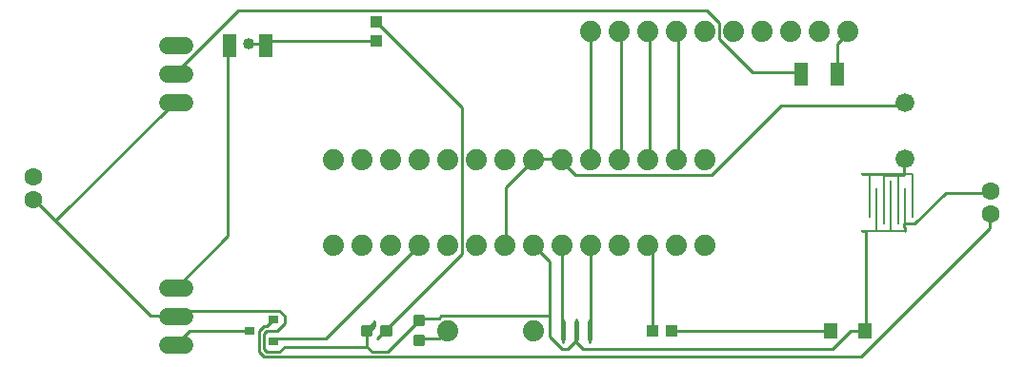
<source format=gtl>
G75*
%MOIN*%
%OFA0B0*%
%FSLAX25Y25*%
%IPPOS*%
%LPD*%
%AMOC8*
5,1,8,0,0,1.08239X$1,22.5*
%
%ADD10C,0.06299*%
%ADD11C,0.06000*%
%ADD12C,0.07400*%
%ADD13R,0.04724X0.07874*%
%ADD14C,0.01181*%
%ADD15R,0.04724X0.05512*%
%ADD16C,0.01772*%
%ADD17C,0.01000*%
%ADD18R,0.03543X0.03150*%
%ADD19C,0.06600*%
%ADD20R,0.03937X0.04331*%
%ADD21R,0.04331X0.03937*%
%ADD22C,0.00800*%
%ADD23R,0.00800X0.00800*%
%ADD24C,0.04000*%
D10*
X0046000Y0067063D03*
X0046000Y0074937D03*
X0381000Y0069937D03*
X0381000Y0062063D03*
D11*
X0099000Y0036000D02*
X0093000Y0036000D01*
X0093000Y0026000D02*
X0099000Y0026000D01*
X0099000Y0016000D02*
X0093000Y0016000D01*
X0093000Y0101000D02*
X0099000Y0101000D01*
X0099000Y0111000D02*
X0093000Y0111000D01*
X0093000Y0121000D02*
X0099000Y0121000D01*
D12*
X0151000Y0081000D03*
X0161000Y0081000D03*
X0171000Y0081000D03*
X0181000Y0081000D03*
X0191000Y0081000D03*
X0201000Y0081000D03*
X0211000Y0081000D03*
X0221000Y0081000D03*
X0231000Y0081000D03*
X0241000Y0081000D03*
X0251000Y0081000D03*
X0261000Y0081000D03*
X0271000Y0081000D03*
X0281000Y0081000D03*
X0281000Y0051000D03*
X0271000Y0051000D03*
X0261000Y0051000D03*
X0251000Y0051000D03*
X0241000Y0051000D03*
X0231000Y0051000D03*
X0221000Y0051000D03*
X0211000Y0051000D03*
X0201000Y0051000D03*
X0191000Y0051000D03*
X0181000Y0051000D03*
X0171000Y0051000D03*
X0161000Y0051000D03*
X0151000Y0051000D03*
X0191000Y0021000D03*
X0221000Y0021000D03*
X0241000Y0126000D03*
X0251000Y0126000D03*
X0261000Y0126000D03*
X0271000Y0126000D03*
X0281000Y0126000D03*
X0291000Y0126000D03*
X0301000Y0126000D03*
X0311000Y0126000D03*
X0321000Y0126000D03*
X0331000Y0126000D03*
D13*
X0327299Y0111000D03*
X0314701Y0111000D03*
X0127299Y0121000D03*
X0114701Y0121000D03*
D14*
X0179622Y0023075D02*
X0182378Y0023075D01*
X0179622Y0023075D02*
X0179622Y0025831D01*
X0182378Y0025831D01*
X0182378Y0023075D01*
X0182378Y0024255D02*
X0179622Y0024255D01*
X0179622Y0025435D02*
X0182378Y0025435D01*
X0170831Y0022378D02*
X0170831Y0019622D01*
X0168075Y0019622D01*
X0168075Y0022378D01*
X0170831Y0022378D01*
X0170831Y0020802D02*
X0168075Y0020802D01*
X0168075Y0021982D02*
X0170831Y0021982D01*
X0163925Y0022378D02*
X0163925Y0019622D01*
X0161169Y0019622D01*
X0161169Y0022378D01*
X0163925Y0022378D01*
X0163925Y0020802D02*
X0161169Y0020802D01*
X0161169Y0021982D02*
X0163925Y0021982D01*
X0179622Y0016169D02*
X0182378Y0016169D01*
X0179622Y0016169D02*
X0179622Y0018925D01*
X0182378Y0018925D01*
X0182378Y0016169D01*
X0182378Y0017349D02*
X0179622Y0017349D01*
X0179622Y0018529D02*
X0182378Y0018529D01*
D15*
X0325094Y0021000D03*
X0336906Y0021000D03*
D16*
X0240724Y0018136D02*
X0240724Y0023864D01*
X0236000Y0023864D02*
X0236000Y0018136D01*
X0231276Y0018136D02*
X0231276Y0023864D01*
D17*
X0087100Y0026200D02*
X0053800Y0059500D01*
X0095200Y0100900D01*
X0096000Y0101000D01*
X0096000Y0111000D02*
X0096100Y0111700D01*
X0117700Y0133300D01*
X0281500Y0133300D01*
X0286000Y0128800D01*
X0286000Y0123400D01*
X0297700Y0111700D01*
X0313900Y0111700D01*
X0314701Y0111000D01*
X0327299Y0111000D02*
X0327400Y0111700D01*
X0327400Y0121600D01*
X0331000Y0125200D01*
X0331000Y0126000D01*
X0351000Y0100843D02*
X0350800Y0100000D01*
X0307600Y0100000D01*
X0283300Y0075700D01*
X0235600Y0075700D01*
X0231100Y0080200D01*
X0231000Y0081000D01*
X0230200Y0081100D01*
X0221200Y0081100D01*
X0221000Y0081000D01*
X0220300Y0080200D01*
X0211300Y0071200D01*
X0211300Y0051400D01*
X0211000Y0051000D01*
X0221000Y0051000D02*
X0221200Y0050500D01*
X0226600Y0045100D01*
X0226600Y0026200D01*
X0188800Y0026200D01*
X0187900Y0025300D01*
X0181600Y0025300D01*
X0181000Y0024453D01*
X0180700Y0024400D01*
X0169900Y0013600D01*
X0164500Y0013600D01*
X0162700Y0015400D01*
X0133900Y0015400D01*
X0132100Y0013600D01*
X0127600Y0013600D01*
X0126700Y0014500D01*
X0126700Y0019900D01*
X0127600Y0020800D01*
X0131200Y0020800D01*
X0133900Y0023500D01*
X0133900Y0026200D01*
X0132100Y0028000D01*
X0097900Y0028000D01*
X0096100Y0026200D01*
X0096000Y0026000D01*
X0095200Y0026200D01*
X0087100Y0026200D01*
X0096100Y0016300D02*
X0100600Y0020800D01*
X0121300Y0020800D01*
X0121669Y0021000D01*
X0124900Y0020800D02*
X0126700Y0022600D01*
X0127600Y0022600D01*
X0129400Y0024400D01*
X0129937Y0024740D01*
X0124900Y0020800D02*
X0124900Y0013600D01*
X0126700Y0011800D01*
X0335500Y0011800D01*
X0380500Y0056800D01*
X0380500Y0061300D01*
X0381000Y0062063D01*
X0380500Y0069400D02*
X0365200Y0069400D01*
X0354400Y0058600D01*
X0350800Y0058600D01*
X0351000Y0056000D01*
X0337300Y0055900D02*
X0336000Y0056000D01*
X0337300Y0055900D02*
X0337300Y0021700D01*
X0336906Y0021000D01*
X0336400Y0020800D01*
X0331900Y0020800D01*
X0325600Y0014500D01*
X0238300Y0014500D01*
X0235600Y0017200D01*
X0236000Y0017000D01*
X0236000Y0021000D01*
X0236000Y0025000D01*
X0231276Y0025000D02*
X0231276Y0021000D01*
X0231100Y0025300D01*
X0231100Y0050500D01*
X0231000Y0051000D01*
X0241000Y0051000D02*
X0241000Y0025300D01*
X0240724Y0021000D01*
X0240724Y0017000D01*
X0235600Y0017200D02*
X0232900Y0014500D01*
X0231100Y0014500D01*
X0226600Y0019000D01*
X0226600Y0026200D01*
X0231276Y0021000D02*
X0231276Y0017000D01*
X0240724Y0021000D02*
X0240724Y0025000D01*
X0262600Y0021700D02*
X0262654Y0021000D01*
X0262600Y0021700D02*
X0262600Y0049600D01*
X0261700Y0050500D01*
X0261000Y0051000D01*
X0261000Y0081000D02*
X0261700Y0081100D01*
X0261700Y0125200D01*
X0261000Y0126000D01*
X0251800Y0125200D02*
X0251000Y0126000D01*
X0251800Y0125200D02*
X0251800Y0081100D01*
X0251000Y0081000D01*
X0241000Y0081000D02*
X0241000Y0126000D01*
X0271000Y0126000D02*
X0271600Y0125200D01*
X0271600Y0081100D01*
X0271000Y0081000D01*
X0336000Y0076000D02*
X0350800Y0075700D01*
X0350800Y0081100D01*
X0351000Y0081157D01*
X0380500Y0069400D02*
X0381000Y0069937D01*
X0325094Y0021000D02*
X0324700Y0020800D01*
X0269800Y0020800D01*
X0269346Y0021000D01*
X0196000Y0047800D02*
X0196000Y0099100D01*
X0166300Y0128800D01*
X0166000Y0129346D01*
X0166000Y0122654D02*
X0165400Y0122500D01*
X0128500Y0122500D01*
X0127600Y0121600D01*
X0127299Y0121000D01*
X0126700Y0121600D01*
X0121300Y0121600D01*
X0114701Y0121000D02*
X0114100Y0120700D01*
X0114100Y0054100D01*
X0096000Y0036000D01*
X0130300Y0018100D02*
X0129937Y0017260D01*
X0130300Y0018100D02*
X0148300Y0018100D01*
X0180700Y0050500D01*
X0181000Y0051000D01*
X0196000Y0047800D02*
X0166300Y0018100D01*
X0169453Y0021000D01*
X0165400Y0022600D02*
X0162700Y0019900D01*
X0162700Y0015400D01*
X0162547Y0021000D02*
X0165400Y0024400D01*
X0165400Y0022600D01*
X0181000Y0017547D02*
X0181600Y0018100D01*
X0187900Y0018100D01*
X0190600Y0020800D01*
X0191000Y0021000D01*
X0096100Y0016300D02*
X0096000Y0016000D01*
X0053800Y0059500D02*
X0046600Y0066700D01*
X0046000Y0067063D01*
D18*
X0129937Y0024740D03*
X0121669Y0021000D03*
X0129937Y0017260D03*
D19*
X0351000Y0081157D03*
X0351000Y0100843D03*
D20*
X0166000Y0122654D03*
X0166000Y0129346D03*
D21*
X0262654Y0021000D03*
X0269346Y0021000D03*
D22*
X0336000Y0056000D02*
X0351000Y0056000D01*
X0351000Y0071000D01*
X0346000Y0073500D02*
X0346000Y0056000D01*
X0343500Y0058500D02*
X0343500Y0076000D01*
X0338500Y0076000D02*
X0338500Y0061000D01*
X0348500Y0058500D02*
X0348500Y0076000D01*
X0353500Y0076000D02*
X0336000Y0076000D01*
X0341000Y0071000D02*
X0341000Y0056000D01*
X0353500Y0061000D02*
X0353500Y0076000D01*
D23*
X0336000Y0076000D03*
X0336000Y0056000D03*
D24*
X0121300Y0121600D03*
M02*

</source>
